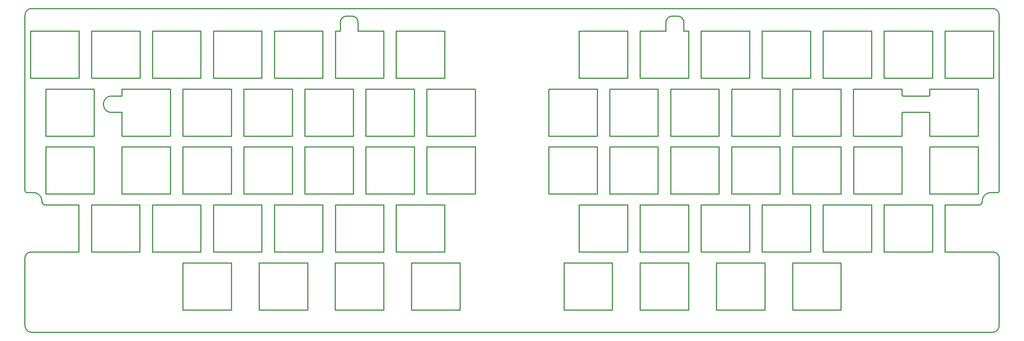
<source format=gm1>
%TF.GenerationSoftware,KiCad,Pcbnew,(6.0.1-0)*%
%TF.CreationDate,2022-02-13T08:04:40+09:00*%
%TF.ProjectId,keyplate,6b657970-6c61-4746-952e-6b696361645f,rev?*%
%TF.SameCoordinates,Original*%
%TF.FileFunction,Profile,NP*%
%FSLAX46Y46*%
G04 Gerber Fmt 4.6, Leading zero omitted, Abs format (unit mm)*
G04 Created by KiCad (PCBNEW (6.0.1-0)) date 2022-02-13 08:04:40*
%MOMM*%
%LPD*%
G01*
G04 APERTURE LIST*
%TA.AperFunction,Profile*%
%ADD10C,0.352776*%
%TD*%
G04 APERTURE END LIST*
D10*
X40313652Y-48037910D02*
X40190218Y-48034784D01*
X40190218Y-48034784D02*
X40068395Y-48025507D01*
X40068395Y-48025507D02*
X39948334Y-48010230D01*
X39948334Y-48010230D02*
X39830186Y-47989105D01*
X39830186Y-47989105D02*
X39714103Y-47962282D01*
X39714103Y-47962282D02*
X39600236Y-47929914D01*
X39600236Y-47929914D02*
X39488737Y-47892152D01*
X39488737Y-47892152D02*
X39379756Y-47849146D01*
X39379756Y-47849146D02*
X39273446Y-47801049D01*
X39273446Y-47801049D02*
X39169957Y-47748012D01*
X39169957Y-47748012D02*
X39069440Y-47690185D01*
X39069440Y-47690185D02*
X38972048Y-47627721D01*
X38972048Y-47627721D02*
X38877932Y-47560771D01*
X38877932Y-47560771D02*
X38787242Y-47489486D01*
X38787242Y-47489486D02*
X38700131Y-47414017D01*
X38700131Y-47414017D02*
X38616749Y-47334516D01*
X38616749Y-47334516D02*
X38537248Y-47251134D01*
X38537248Y-47251134D02*
X38461779Y-47164023D01*
X38461779Y-47164023D02*
X38390494Y-47073333D01*
X38390494Y-47073333D02*
X38323544Y-46979216D01*
X38323544Y-46979216D02*
X38261080Y-46881824D01*
X38261080Y-46881824D02*
X38203254Y-46781308D01*
X38203254Y-46781308D02*
X38150216Y-46677819D01*
X38150216Y-46677819D02*
X38102119Y-46571509D01*
X38102119Y-46571509D02*
X38059114Y-46462528D01*
X38059114Y-46462528D02*
X38021352Y-46351029D01*
X38021352Y-46351029D02*
X37988984Y-46237162D01*
X37988984Y-46237162D02*
X37962162Y-46121079D01*
X37962162Y-46121079D02*
X37941036Y-46002932D01*
X37941036Y-46002932D02*
X37925760Y-45882871D01*
X37925760Y-45882871D02*
X37916483Y-45761048D01*
X37916483Y-45761048D02*
X37913357Y-45637615D01*
X37913357Y-45637615D02*
X37916483Y-45514213D01*
X37916483Y-45514213D02*
X37925760Y-45392420D01*
X37925760Y-45392420D02*
X37941036Y-45272388D01*
X37941036Y-45272388D02*
X37962162Y-45154266D01*
X37962162Y-45154266D02*
X37988984Y-45038208D01*
X37988984Y-45038208D02*
X38021352Y-44924364D01*
X38021352Y-44924364D02*
X38059114Y-44812886D01*
X38059114Y-44812886D02*
X38102119Y-44703925D01*
X38102119Y-44703925D02*
X38150216Y-44597632D01*
X38150216Y-44597632D02*
X38203254Y-44494160D01*
X38203254Y-44494160D02*
X38261080Y-44393659D01*
X38261080Y-44393659D02*
X38323544Y-44296280D01*
X38323544Y-44296280D02*
X38390494Y-44202176D01*
X38390494Y-44202176D02*
X38461779Y-44111498D01*
X38461779Y-44111498D02*
X38537248Y-44024396D01*
X38537248Y-44024396D02*
X38616749Y-43941023D01*
X38616749Y-43941023D02*
X38700131Y-43861530D01*
X38700131Y-43861530D02*
X38787242Y-43786068D01*
X38787242Y-43786068D02*
X38877932Y-43714789D01*
X38877932Y-43714789D02*
X38972048Y-43647843D01*
X38972048Y-43647843D02*
X39069440Y-43585384D01*
X39069440Y-43585384D02*
X39169957Y-43527561D01*
X39169957Y-43527561D02*
X39273446Y-43474527D01*
X39273446Y-43474527D02*
X39379756Y-43426432D01*
X39379756Y-43426432D02*
X39488737Y-43383428D01*
X39488737Y-43383428D02*
X39600236Y-43345667D01*
X39600236Y-43345667D02*
X39714103Y-43313300D01*
X39714103Y-43313300D02*
X39830186Y-43286479D01*
X39830186Y-43286479D02*
X39948334Y-43265354D01*
X39948334Y-43265354D02*
X40068395Y-43250077D01*
X40068395Y-43250077D02*
X40190218Y-43240800D01*
X40190218Y-43240800D02*
X40313652Y-43237674D01*
X40313652Y-43237674D02*
X43324953Y-43237674D01*
X43324953Y-43237674D02*
X43324953Y-41199327D01*
X43324953Y-41199327D02*
X57536924Y-41199327D01*
X57536924Y-41199327D02*
X57536924Y-54998901D01*
X57536924Y-54998901D02*
X43324953Y-54998901D01*
X43324953Y-54998901D02*
X43324953Y-48037910D01*
X43324953Y-48037910D02*
X40313652Y-48037910D01*
X40313652Y-48037910D02*
X40313652Y-48037910D01*
X111132910Y-58199291D02*
X111132910Y-71999217D01*
X111132910Y-71999217D02*
X96932928Y-71999217D01*
X96932928Y-71999217D02*
X96932928Y-58199291D01*
X96932928Y-58199291D02*
X111132910Y-58199291D01*
X111132910Y-58199291D02*
X111132910Y-58199291D01*
X75415304Y-41199327D02*
X75415304Y-54998901D01*
X75415304Y-54998901D02*
X61215330Y-54998901D01*
X61215330Y-54998901D02*
X61215330Y-41199327D01*
X61215330Y-41199327D02*
X75415304Y-41199327D01*
X75415304Y-41199327D02*
X75415304Y-41199327D01*
X227218008Y-75199615D02*
X227218008Y-88999542D01*
X227218008Y-88999542D02*
X213018057Y-88999542D01*
X213018057Y-88999542D02*
X213018057Y-75199615D01*
X213018057Y-75199615D02*
X227218008Y-75199615D01*
X227218008Y-75199615D02*
X227218008Y-75199615D01*
X254016378Y-41199327D02*
X254016378Y-54998901D01*
X254016378Y-54998901D02*
X239816381Y-54998901D01*
X239816381Y-54998901D02*
X239816381Y-41199327D01*
X239816381Y-41199327D02*
X254016378Y-41199327D01*
X254016378Y-41199327D02*
X254016378Y-41199327D01*
X236151403Y-58199291D02*
X236151403Y-71999217D01*
X236151403Y-71999217D02*
X221951406Y-71999217D01*
X221951406Y-71999217D02*
X221951406Y-58199291D01*
X221951406Y-58199291D02*
X236151403Y-58199291D01*
X236151403Y-58199291D02*
X236151403Y-58199291D01*
X75415304Y-58199291D02*
X75415304Y-71999217D01*
X75415304Y-71999217D02*
X61215330Y-71999217D01*
X61215330Y-71999217D02*
X61215330Y-58199291D01*
X61215330Y-58199291D02*
X75415304Y-58199291D01*
X75415304Y-58199291D02*
X75415304Y-58199291D01*
X245081930Y-24199010D02*
X245081930Y-37998935D01*
X245081930Y-37998935D02*
X230879476Y-37998935D01*
X230879476Y-37998935D02*
X230879476Y-24199010D01*
X230879476Y-24199010D02*
X245081930Y-24199010D01*
X245081930Y-24199010D02*
X245081930Y-24199010D01*
X146852621Y-58199291D02*
X146852621Y-71999217D01*
X146852621Y-71999217D02*
X132652654Y-71999217D01*
X132652654Y-71999217D02*
X132652654Y-58199291D01*
X132652654Y-58199291D02*
X146852621Y-58199291D01*
X146852621Y-58199291D02*
X146852621Y-58199291D01*
X200431310Y-41199327D02*
X200431310Y-54998901D01*
X200431310Y-54998901D02*
X186231344Y-54998901D01*
X186231344Y-54998901D02*
X186231344Y-41199327D01*
X186231344Y-41199327D02*
X200431310Y-41199327D01*
X200431310Y-41199327D02*
X200431310Y-41199327D01*
X48620844Y-75199615D02*
X48620844Y-88999542D01*
X48620844Y-88999542D02*
X34420866Y-88999542D01*
X34420866Y-88999542D02*
X34420866Y-75199615D01*
X34420866Y-75199615D02*
X48620844Y-75199615D01*
X48620844Y-75199615D02*
X48620844Y-75199615D01*
X75415304Y-92201690D02*
X75415304Y-106001266D01*
X75415304Y-106001266D02*
X61215330Y-106001266D01*
X61215330Y-106001266D02*
X61215330Y-92201690D01*
X61215330Y-92201690D02*
X75415304Y-92201690D01*
X75415304Y-92201690D02*
X75415304Y-92201690D01*
X137924551Y-24199010D02*
X137924551Y-37998935D01*
X137924551Y-37998935D02*
X123724561Y-37998935D01*
X123724561Y-37998935D02*
X123724561Y-24199010D01*
X123724561Y-24199010D02*
X137924551Y-24199010D01*
X137924551Y-24199010D02*
X137924551Y-24199010D01*
X254007543Y-92203460D02*
X254007543Y-106003028D01*
X254007543Y-106003028D02*
X239807562Y-106003028D01*
X239807562Y-106003028D02*
X239807562Y-92203460D01*
X239807562Y-92203460D02*
X254007543Y-92203460D01*
X254007543Y-92203460D02*
X254007543Y-92203460D01*
X48628603Y-24199010D02*
X48628603Y-37998935D01*
X48628603Y-37998935D02*
X34428625Y-37998935D01*
X34428625Y-37998935D02*
X34428625Y-24199010D01*
X34428625Y-24199010D02*
X48628603Y-24199010D01*
X48628603Y-24199010D02*
X48628603Y-24199010D01*
X271865484Y-42920175D02*
X271865874Y-42935938D01*
X271865874Y-42935938D02*
X271867039Y-42951592D01*
X271867039Y-42951592D02*
X271868967Y-42967110D01*
X271868967Y-42967110D02*
X271871647Y-42982467D01*
X271871647Y-42982467D02*
X271875068Y-42997636D01*
X271875068Y-42997636D02*
X271879221Y-43012590D01*
X271879221Y-43012590D02*
X271884094Y-43027303D01*
X271884094Y-43027303D02*
X271889677Y-43041749D01*
X271889677Y-43041749D02*
X271895958Y-43055902D01*
X271895958Y-43055902D02*
X271902928Y-43069735D01*
X271902928Y-43069735D02*
X271910574Y-43083222D01*
X271910574Y-43083222D02*
X271918888Y-43096336D01*
X271918888Y-43096336D02*
X271927857Y-43109051D01*
X271927857Y-43109051D02*
X271937472Y-43121340D01*
X271937472Y-43121340D02*
X271947720Y-43133178D01*
X271947720Y-43133178D02*
X271958593Y-43144538D01*
X271958593Y-43144538D02*
X271970018Y-43155410D01*
X271970018Y-43155410D02*
X271981912Y-43165658D01*
X271981912Y-43165658D02*
X271994250Y-43175273D01*
X271994250Y-43175273D02*
X272007006Y-43184244D01*
X272007006Y-43184244D02*
X272020155Y-43192559D01*
X272020155Y-43192559D02*
X272033670Y-43200208D01*
X272033670Y-43200208D02*
X272047526Y-43207180D01*
X272047526Y-43207180D02*
X272061697Y-43213464D01*
X272061697Y-43213464D02*
X272076156Y-43219050D01*
X272076156Y-43219050D02*
X272090879Y-43223926D01*
X272090879Y-43223926D02*
X272105839Y-43228082D01*
X272105839Y-43228082D02*
X272121011Y-43231506D01*
X272121011Y-43231506D02*
X272136368Y-43234188D01*
X272136368Y-43234188D02*
X272151884Y-43236118D01*
X272151884Y-43236118D02*
X272167535Y-43237283D01*
X272167535Y-43237283D02*
X272183294Y-43237674D01*
X272183294Y-43237674D02*
X279665716Y-43237674D01*
X279665716Y-43237674D02*
X279681421Y-43237283D01*
X279681421Y-43237283D02*
X279697023Y-43236118D01*
X279697023Y-43236118D02*
X279712498Y-43234188D01*
X279712498Y-43234188D02*
X279727818Y-43231506D01*
X279727818Y-43231506D02*
X279742958Y-43228082D01*
X279742958Y-43228082D02*
X279757891Y-43223926D01*
X279757891Y-43223926D02*
X279772590Y-43219050D01*
X279772590Y-43219050D02*
X279787031Y-43213464D01*
X279787031Y-43213464D02*
X279801186Y-43207180D01*
X279801186Y-43207180D02*
X279815030Y-43200208D01*
X279815030Y-43200208D02*
X279828536Y-43192559D01*
X279828536Y-43192559D02*
X279841677Y-43184244D01*
X279841677Y-43184244D02*
X279854429Y-43175273D01*
X279854429Y-43175273D02*
X279866764Y-43165658D01*
X279866764Y-43165658D02*
X279878657Y-43155410D01*
X279878657Y-43155410D02*
X279890081Y-43144538D01*
X279890081Y-43144538D02*
X279900949Y-43133178D01*
X279900949Y-43133178D02*
X279911195Y-43121340D01*
X279911195Y-43121340D02*
X279920809Y-43109051D01*
X279920809Y-43109051D02*
X279929778Y-43096336D01*
X279929778Y-43096336D02*
X279938093Y-43083222D01*
X279938093Y-43083222D02*
X279945743Y-43069735D01*
X279945743Y-43069735D02*
X279952716Y-43055902D01*
X279952716Y-43055902D02*
X279959001Y-43041749D01*
X279959001Y-43041749D02*
X279964588Y-43027303D01*
X279964588Y-43027303D02*
X279969466Y-43012590D01*
X279969466Y-43012590D02*
X279973623Y-42997636D01*
X279973623Y-42997636D02*
X279977049Y-42982467D01*
X279977049Y-42982467D02*
X279979733Y-42967110D01*
X279979733Y-42967110D02*
X279981663Y-42951592D01*
X279981663Y-42951592D02*
X279982830Y-42935938D01*
X279982830Y-42935938D02*
X279983221Y-42920175D01*
X279983221Y-42920175D02*
X279983221Y-41199327D01*
X279983221Y-41199327D02*
X294183202Y-41199327D01*
X294183202Y-41199327D02*
X294183202Y-54998901D01*
X294183202Y-54998901D02*
X279983221Y-54998901D01*
X279983221Y-54998901D02*
X279983221Y-48369518D01*
X279983221Y-48369518D02*
X279982813Y-48353090D01*
X279982813Y-48353090D02*
X279981598Y-48336764D01*
X279981598Y-48336764D02*
X279979587Y-48320570D01*
X279979587Y-48320570D02*
X279976791Y-48304536D01*
X279976791Y-48304536D02*
X279973222Y-48288690D01*
X279973222Y-48288690D02*
X279968891Y-48273060D01*
X279968891Y-48273060D02*
X279963810Y-48257675D01*
X279963810Y-48257675D02*
X279957990Y-48242564D01*
X279957990Y-48242564D02*
X279951443Y-48227754D01*
X279951443Y-48227754D02*
X279944180Y-48213274D01*
X279944180Y-48213274D02*
X279936212Y-48199153D01*
X279936212Y-48199153D02*
X279927551Y-48185419D01*
X279927551Y-48185419D02*
X279918208Y-48172101D01*
X279918208Y-48172101D02*
X279908196Y-48159226D01*
X279908196Y-48159226D02*
X279897524Y-48146823D01*
X279897524Y-48146823D02*
X279886205Y-48134921D01*
X279886205Y-48134921D02*
X279874241Y-48123600D01*
X279874241Y-48123600D02*
X279861792Y-48112926D01*
X279861792Y-48112926D02*
X279848885Y-48102912D01*
X279848885Y-48102912D02*
X279835547Y-48093568D01*
X279835547Y-48093568D02*
X279821805Y-48084907D01*
X279821805Y-48084907D02*
X279807684Y-48076940D01*
X279807684Y-48076940D02*
X279793213Y-48069677D01*
X279793213Y-48069677D02*
X279778417Y-48063131D01*
X279778417Y-48063131D02*
X279763324Y-48057313D01*
X279763324Y-48057313D02*
X279747960Y-48052233D01*
X279747960Y-48052233D02*
X279732352Y-48047904D01*
X279732352Y-48047904D02*
X279716527Y-48044336D01*
X279716527Y-48044336D02*
X279700511Y-48041542D01*
X279700511Y-48041542D02*
X279684331Y-48039532D01*
X279684331Y-48039532D02*
X279668014Y-48038317D01*
X279668014Y-48038317D02*
X279651586Y-48037910D01*
X279651586Y-48037910D02*
X272197424Y-48037910D01*
X272197424Y-48037910D02*
X272180937Y-48038317D01*
X272180937Y-48038317D02*
X272164568Y-48039532D01*
X272164568Y-48039532D02*
X272148343Y-48041542D01*
X272148343Y-48041542D02*
X272132291Y-48044336D01*
X272132291Y-48044336D02*
X272116436Y-48047904D01*
X272116436Y-48047904D02*
X272100807Y-48052233D01*
X272100807Y-48052233D02*
X272085431Y-48057313D01*
X272085431Y-48057313D02*
X272070333Y-48063131D01*
X272070333Y-48063131D02*
X272055542Y-48069677D01*
X272055542Y-48069677D02*
X272041084Y-48076940D01*
X272041084Y-48076940D02*
X272026985Y-48084907D01*
X272026985Y-48084907D02*
X272013274Y-48093568D01*
X272013274Y-48093568D02*
X271999976Y-48102912D01*
X271999976Y-48102912D02*
X271987119Y-48112926D01*
X271987119Y-48112926D02*
X271974730Y-48123600D01*
X271974730Y-48123600D02*
X271962835Y-48134921D01*
X271962835Y-48134921D02*
X271951452Y-48146823D01*
X271951452Y-48146823D02*
X271940725Y-48159226D01*
X271940725Y-48159226D02*
X271930665Y-48172101D01*
X271930665Y-48172101D02*
X271921282Y-48185419D01*
X271921282Y-48185419D02*
X271912588Y-48199153D01*
X271912588Y-48199153D02*
X271904594Y-48213274D01*
X271904594Y-48213274D02*
X271897309Y-48227754D01*
X271897309Y-48227754D02*
X271890745Y-48242564D01*
X271890745Y-48242564D02*
X271884913Y-48257675D01*
X271884913Y-48257675D02*
X271879823Y-48273060D01*
X271879823Y-48273060D02*
X271875487Y-48288690D01*
X271875487Y-48288690D02*
X271871915Y-48304536D01*
X271871915Y-48304536D02*
X271869117Y-48320570D01*
X271869117Y-48320570D02*
X271867106Y-48336764D01*
X271867106Y-48336764D02*
X271865891Y-48353090D01*
X271865891Y-48353090D02*
X271865484Y-48369518D01*
X271865484Y-48369518D02*
X271865484Y-54998901D01*
X271865484Y-54998901D02*
X257665487Y-54998901D01*
X257665487Y-54998901D02*
X257665487Y-41199327D01*
X257665487Y-41199327D02*
X271865484Y-41199327D01*
X271865484Y-41199327D02*
X271865484Y-42920175D01*
X271865484Y-42920175D02*
X271865484Y-42920175D01*
X66484758Y-75199615D02*
X66484758Y-88999542D01*
X66484758Y-88999542D02*
X52284780Y-88999542D01*
X52284780Y-88999542D02*
X52284780Y-75199615D01*
X52284780Y-75199615D02*
X66484758Y-75199615D01*
X66484758Y-75199615D02*
X66484758Y-75199615D01*
X271875005Y-58199291D02*
X271875005Y-71999217D01*
X271875005Y-71999217D02*
X257675009Y-71999217D01*
X257675009Y-71999217D02*
X257675009Y-58199291D01*
X257675009Y-58199291D02*
X271875005Y-58199291D01*
X271875005Y-58199291D02*
X271875005Y-58199291D01*
X236151403Y-41199327D02*
X236151403Y-54998901D01*
X236151403Y-54998901D02*
X221951406Y-54998901D01*
X221951406Y-54998901D02*
X221951406Y-41199327D01*
X221951406Y-41199327D02*
X236151403Y-41199327D01*
X236151403Y-41199327D02*
X236151403Y-41199327D01*
X298657812Y-24199010D02*
X298657812Y-37998935D01*
X298657812Y-37998935D02*
X284457830Y-37998935D01*
X284457830Y-37998935D02*
X284457830Y-24199010D01*
X284457830Y-24199010D02*
X298657812Y-24199010D01*
X298657812Y-24199010D02*
X298657812Y-24199010D01*
X84343374Y-75199615D02*
X84343374Y-88999542D01*
X84343374Y-88999542D02*
X70143404Y-88999542D01*
X70143404Y-88999542D02*
X70143404Y-75199615D01*
X70143404Y-75199615D02*
X84343374Y-75199615D01*
X84343374Y-75199615D02*
X84343374Y-75199615D01*
X218289938Y-41199327D02*
X218289938Y-54998901D01*
X218289938Y-54998901D02*
X204089956Y-54998901D01*
X204089956Y-54998901D02*
X204089956Y-41199327D01*
X204089956Y-41199327D02*
X218289938Y-41199327D01*
X218289938Y-41199327D02*
X218289938Y-41199327D01*
X120060987Y-75199615D02*
X120060987Y-88999542D01*
X120060987Y-88999542D02*
X105861006Y-88999542D01*
X105861006Y-88999542D02*
X105861006Y-75199615D01*
X105861006Y-75199615D02*
X120060987Y-75199615D01*
X120060987Y-75199615D02*
X120060987Y-75199615D01*
X84345846Y-24199010D02*
X84345846Y-37998935D01*
X84345846Y-37998935D02*
X70145876Y-37998935D01*
X70145876Y-37998935D02*
X70145876Y-24199010D01*
X70145876Y-24199010D02*
X84345846Y-24199010D01*
X84345846Y-24199010D02*
X84345846Y-24199010D01*
X182572698Y-41199327D02*
X182572698Y-54998901D01*
X182572698Y-54998901D02*
X168370260Y-54998901D01*
X168370260Y-54998901D02*
X168370260Y-41199327D01*
X168370260Y-41199327D02*
X182572698Y-41199327D01*
X182572698Y-41199327D02*
X182572698Y-41199327D01*
X137922079Y-75199615D02*
X137922079Y-88999542D01*
X137922079Y-88999542D02*
X123722097Y-88999542D01*
X123722097Y-88999542D02*
X123722097Y-75199615D01*
X123722097Y-75199615D02*
X137922079Y-75199615D01*
X137922079Y-75199615D02*
X137922079Y-75199615D01*
X128994001Y-41199327D02*
X128994001Y-54998901D01*
X128994001Y-54998901D02*
X114794019Y-54998901D01*
X114794019Y-54998901D02*
X114794019Y-41199327D01*
X114794019Y-41199327D02*
X128994001Y-41199327D01*
X128994001Y-41199327D02*
X128994001Y-41199327D01*
X200431310Y-58199291D02*
X200431310Y-71999217D01*
X200431310Y-71999217D02*
X186231344Y-71999217D01*
X186231344Y-71999217D02*
X186231344Y-58199291D01*
X186231344Y-58199291D02*
X200431310Y-58199291D01*
X200431310Y-58199291D02*
X200431310Y-58199291D01*
X294183202Y-58199291D02*
X294183202Y-71999217D01*
X294183202Y-71999217D02*
X279983221Y-71999217D01*
X279983221Y-71999217D02*
X279983221Y-58199291D01*
X279983221Y-58199291D02*
X294183202Y-58199291D01*
X294183202Y-58199291D02*
X294183202Y-58199291D01*
X254016378Y-58199291D02*
X254016378Y-71999217D01*
X254016378Y-71999217D02*
X239816381Y-71999217D01*
X239816381Y-71999217D02*
X239816381Y-58199291D01*
X239816381Y-58199291D02*
X254016378Y-58199291D01*
X254016378Y-58199291D02*
X254016378Y-58199291D01*
X182572698Y-58199291D02*
X182572698Y-71999217D01*
X182572698Y-71999217D02*
X168370260Y-71999217D01*
X168370260Y-71999217D02*
X168370260Y-58199291D01*
X168370260Y-58199291D02*
X182572698Y-58199291D01*
X182572698Y-58199291D02*
X182572698Y-58199291D01*
X35235075Y-58199291D02*
X35235075Y-71999217D01*
X35235075Y-71999217D02*
X21035099Y-71999217D01*
X21035099Y-71999217D02*
X21035099Y-58199291D01*
X21035099Y-58199291D02*
X35235075Y-58199291D01*
X35235075Y-58199291D02*
X35235075Y-58199291D01*
X245077001Y-75199615D02*
X245077001Y-88999542D01*
X245077001Y-88999542D02*
X230874181Y-88999542D01*
X230874181Y-88999542D02*
X230874181Y-75199615D01*
X230874181Y-75199615D02*
X245077001Y-75199615D01*
X245077001Y-75199615D02*
X245077001Y-75199615D01*
X218289938Y-58199291D02*
X218289938Y-71999217D01*
X218289938Y-71999217D02*
X204089956Y-71999217D01*
X204089956Y-71999217D02*
X204089956Y-58199291D01*
X204089956Y-58199291D02*
X218289938Y-58199291D01*
X218289938Y-58199291D02*
X218289938Y-58199291D01*
X111132910Y-41199327D02*
X111132910Y-54998901D01*
X111132910Y-54998901D02*
X96932928Y-54998901D01*
X96932928Y-54998901D02*
X96932928Y-41199327D01*
X96932928Y-41199327D02*
X111132910Y-41199327D01*
X111132910Y-41199327D02*
X111132910Y-41199327D01*
X30767507Y-24199010D02*
X30767507Y-37998935D01*
X30767507Y-37998935D02*
X16567532Y-37998935D01*
X16567532Y-37998935D02*
X16567532Y-24199010D01*
X16567532Y-24199010D02*
X30767507Y-24199010D01*
X30767507Y-24199010D02*
X30767507Y-24199010D01*
X102204832Y-24199010D02*
X102204832Y-37998935D01*
X102204832Y-37998935D02*
X88004858Y-37998935D01*
X88004858Y-37998935D02*
X88004858Y-24199010D01*
X88004858Y-24199010D02*
X102204832Y-24199010D01*
X102204832Y-24199010D02*
X102204832Y-24199010D01*
X128994001Y-58199291D02*
X128994001Y-71999217D01*
X128994001Y-71999217D02*
X114794019Y-71999217D01*
X114794019Y-71999217D02*
X114794019Y-58199291D01*
X114794019Y-58199291D02*
X128994001Y-58199291D01*
X128994001Y-58199291D02*
X128994001Y-58199291D01*
X227220480Y-24199010D02*
X227220480Y-37998935D01*
X227220480Y-37998935D02*
X213020513Y-37998935D01*
X213020513Y-37998935D02*
X213020513Y-24199010D01*
X213020513Y-24199010D02*
X227220480Y-24199010D01*
X227220480Y-24199010D02*
X227220480Y-24199010D01*
X280804479Y-75199615D02*
X280804479Y-88999542D01*
X280804479Y-88999542D02*
X266604498Y-88999542D01*
X266604498Y-88999542D02*
X266604498Y-75199615D01*
X266604498Y-75199615D02*
X280804479Y-75199615D01*
X280804479Y-75199615D02*
X280804479Y-75199615D01*
X57556677Y-58199291D02*
X57556677Y-71999217D01*
X57556677Y-71999217D02*
X43356703Y-71999217D01*
X43356703Y-71999217D02*
X43356703Y-58199291D01*
X43356703Y-58199291D02*
X57556677Y-58199291D01*
X57556677Y-58199291D02*
X57556677Y-58199291D01*
X120058149Y-92201690D02*
X120058149Y-106001266D01*
X120058149Y-106001266D02*
X105858190Y-106001266D01*
X105858190Y-106001266D02*
X105858190Y-92201690D01*
X105858190Y-92201690D02*
X120058149Y-92201690D01*
X120058149Y-92201690D02*
X120058149Y-92201690D01*
X66487230Y-24199010D02*
X66487230Y-37998935D01*
X66487230Y-37998935D02*
X52287248Y-37998935D01*
X52287248Y-37998935D02*
X52287248Y-24199010D01*
X52287248Y-24199010D02*
X66487230Y-24199010D01*
X66487230Y-24199010D02*
X66487230Y-24199010D01*
X142392477Y-92203460D02*
X142392477Y-106003028D01*
X142392477Y-106003028D02*
X128192487Y-106003028D01*
X128192487Y-106003028D02*
X128192487Y-92203460D01*
X128192487Y-92203460D02*
X142392477Y-92203460D01*
X142392477Y-92203460D02*
X142392477Y-92203460D01*
X97736906Y-92201690D02*
X97736906Y-106001266D01*
X97736906Y-106001266D02*
X83536932Y-106001266D01*
X83536932Y-106001266D02*
X83536932Y-92201690D01*
X83536932Y-92201690D02*
X97736906Y-92201690D01*
X97736906Y-92201690D02*
X97736906Y-92201690D01*
X280799200Y-24199010D02*
X280799200Y-37998935D01*
X280799200Y-37998935D02*
X266599188Y-37998935D01*
X266599188Y-37998935D02*
X266599188Y-24199010D01*
X266599188Y-24199010D02*
X280799200Y-24199010D01*
X280799200Y-24199010D02*
X280799200Y-24199010D01*
X93273931Y-41199327D02*
X93273931Y-54998901D01*
X93273931Y-54998901D02*
X79073957Y-54998901D01*
X79073957Y-54998901D02*
X79073957Y-41199327D01*
X79073957Y-41199327D02*
X93273931Y-41199327D01*
X93273931Y-41199327D02*
X93273931Y-41199327D01*
X146852621Y-41199327D02*
X146852621Y-54998901D01*
X146852621Y-54998901D02*
X132652654Y-54998901D01*
X132652654Y-54998901D02*
X132652654Y-41199327D01*
X132652654Y-41199327D02*
X146852621Y-41199327D01*
X146852621Y-41199327D02*
X146852621Y-41199327D01*
X191500768Y-75199615D02*
X191500768Y-88999542D01*
X191500768Y-88999542D02*
X177298330Y-88999542D01*
X177298330Y-88999542D02*
X177298330Y-75199615D01*
X177298330Y-75199615D02*
X191500768Y-75199615D01*
X191500768Y-75199615D02*
X191500768Y-75199615D01*
X209359380Y-75199615D02*
X209359380Y-88999542D01*
X209359380Y-88999542D02*
X195159414Y-88999542D01*
X195159414Y-88999542D02*
X195159414Y-75199615D01*
X195159414Y-75199615D02*
X209359380Y-75199615D01*
X209359380Y-75199615D02*
X209359380Y-75199615D01*
X262945501Y-75199615D02*
X262945501Y-88999542D01*
X262945501Y-88999542D02*
X248745504Y-88999542D01*
X248745504Y-88999542D02*
X248745504Y-75199615D01*
X248745504Y-75199615D02*
X262945501Y-75199615D01*
X262945501Y-75199615D02*
X262945501Y-75199615D01*
X20971245Y-75199615D02*
X20915399Y-75198203D01*
X20915399Y-75198203D02*
X20860286Y-75194013D01*
X20860286Y-75194013D02*
X20805975Y-75187113D01*
X20805975Y-75187113D02*
X20752534Y-75177571D01*
X20752534Y-75177571D02*
X20700032Y-75165455D01*
X20700032Y-75165455D02*
X20648535Y-75150834D01*
X20648535Y-75150834D02*
X20598113Y-75133775D01*
X20598113Y-75133775D02*
X20548834Y-75114347D01*
X20548834Y-75114347D02*
X20500765Y-75092618D01*
X20500765Y-75092618D02*
X20453976Y-75068656D01*
X20453976Y-75068656D02*
X20408533Y-75042529D01*
X20408533Y-75042529D02*
X20364506Y-75014305D01*
X20364506Y-75014305D02*
X20321962Y-74984053D01*
X20321962Y-74984053D02*
X20280970Y-74951840D01*
X20280970Y-74951840D02*
X20241597Y-74917735D01*
X20241597Y-74917735D02*
X20203912Y-74881806D01*
X20203912Y-74881806D02*
X20167983Y-74844121D01*
X20167983Y-74844121D02*
X20133878Y-74804748D01*
X20133878Y-74804748D02*
X20101665Y-74763756D01*
X20101665Y-74763756D02*
X20071413Y-74721212D01*
X20071413Y-74721212D02*
X20043189Y-74677184D01*
X20043189Y-74677184D02*
X20017062Y-74631742D01*
X20017062Y-74631742D02*
X19993100Y-74584952D01*
X19993100Y-74584952D02*
X19971371Y-74536883D01*
X19971371Y-74536883D02*
X19951943Y-74487604D01*
X19951943Y-74487604D02*
X19934884Y-74437182D01*
X19934884Y-74437182D02*
X19920263Y-74385685D01*
X19920263Y-74385685D02*
X19908147Y-74333183D01*
X19908147Y-74333183D02*
X19898605Y-74279742D01*
X19898605Y-74279742D02*
X19891705Y-74225431D01*
X19891705Y-74225431D02*
X19887515Y-74170318D01*
X19887515Y-74170318D02*
X19886103Y-74114471D01*
X19886103Y-74114471D02*
X19886103Y-74113761D01*
X19886103Y-74113761D02*
X19882947Y-73986533D01*
X19882947Y-73986533D02*
X19873536Y-73860176D01*
X19873536Y-73860176D02*
X19857956Y-73734900D01*
X19857956Y-73734900D02*
X19836296Y-73610918D01*
X19836296Y-73610918D02*
X19808641Y-73488438D01*
X19808641Y-73488438D02*
X19775078Y-73367671D01*
X19775078Y-73367671D02*
X19735695Y-73248827D01*
X19735695Y-73248827D02*
X19690577Y-73132117D01*
X19690577Y-73132117D02*
X19639812Y-73017751D01*
X19639812Y-73017751D02*
X19583487Y-72905940D01*
X19583487Y-72905940D02*
X19521689Y-72796893D01*
X19521689Y-72796893D02*
X19454504Y-72690821D01*
X19454504Y-72690821D02*
X19382018Y-72587935D01*
X19382018Y-72587935D02*
X19304320Y-72488444D01*
X19304320Y-72488444D02*
X19221496Y-72392559D01*
X19221496Y-72392559D02*
X19133631Y-72300491D01*
X19133631Y-72300491D02*
X19041369Y-72212828D01*
X19041369Y-72212828D02*
X18945299Y-72130214D01*
X18945299Y-72130214D02*
X18845633Y-72052733D01*
X18845633Y-72052733D02*
X18742584Y-71980471D01*
X18742584Y-71980471D02*
X18636361Y-71913517D01*
X18636361Y-71913517D02*
X18527177Y-71851954D01*
X18527177Y-71851954D02*
X18415242Y-71795871D01*
X18415242Y-71795871D02*
X18300769Y-71745352D01*
X18300769Y-71745352D02*
X18183968Y-71700485D01*
X18183968Y-71700485D02*
X18065051Y-71661355D01*
X18065051Y-71661355D02*
X17944230Y-71628050D01*
X17944230Y-71628050D02*
X17821715Y-71600654D01*
X17821715Y-71600654D02*
X17697717Y-71579255D01*
X17697717Y-71579255D02*
X17572449Y-71563938D01*
X17572449Y-71563938D02*
X17446122Y-71554791D01*
X17446122Y-71554791D02*
X17318947Y-71551898D01*
X17318947Y-71551898D02*
X15424887Y-71555782D01*
X15424887Y-71555782D02*
X15071405Y-71409378D01*
X15071405Y-71409378D02*
X14925003Y-71055896D01*
X14925003Y-71055896D02*
X14926061Y-19574458D01*
X14926061Y-19574458D02*
X14932059Y-19417472D01*
X14932059Y-19417472D02*
X14950050Y-19261192D01*
X14950050Y-19261192D02*
X14981094Y-19107382D01*
X14981094Y-19107382D02*
X15023075Y-18955334D01*
X15023075Y-18955334D02*
X15078108Y-18808226D01*
X15078108Y-18808226D02*
X15143019Y-18666410D01*
X15143019Y-18666410D02*
X15219924Y-18529180D01*
X15219924Y-18529180D02*
X15307060Y-18398300D01*
X15307060Y-18398300D02*
X15405132Y-18275180D01*
X15405132Y-18275180D02*
X15510966Y-18159470D01*
X15510966Y-18159470D02*
X15627028Y-18053284D01*
X15627028Y-18053284D02*
X15750148Y-17955212D01*
X15750148Y-17955212D02*
X15881028Y-17868429D01*
X15881028Y-17868429D02*
X16017906Y-17791171D01*
X16017906Y-17791171D02*
X16160075Y-17726260D01*
X16160075Y-17726260D02*
X16307183Y-17671226D01*
X16307183Y-17671226D02*
X16458877Y-17629246D01*
X16458877Y-17629246D02*
X16613040Y-17598202D01*
X16613040Y-17598202D02*
X16768968Y-17580210D01*
X16768968Y-17580210D02*
X16925953Y-17573154D01*
X16925953Y-17573154D02*
X298300451Y-17574212D01*
X298300451Y-17574212D02*
X298456365Y-17580210D01*
X298456365Y-17580210D02*
X298612310Y-17598202D01*
X298612310Y-17598202D02*
X298766454Y-17629246D01*
X298766454Y-17629246D02*
X298919225Y-17671226D01*
X298919225Y-17671226D02*
X299065283Y-17726260D01*
X299065283Y-17726260D02*
X299207433Y-17791171D01*
X299207433Y-17791171D02*
X299344305Y-17868429D01*
X299344305Y-17868429D02*
X299475195Y-17955212D01*
X299475195Y-17955212D02*
X299598303Y-18053284D01*
X299598303Y-18053284D02*
X299714391Y-18159470D01*
X299714391Y-18159470D02*
X299820196Y-18275180D01*
X299820196Y-18275180D02*
X299919347Y-18398300D01*
X299919347Y-18398300D02*
X300005407Y-18529180D01*
X300005407Y-18529180D02*
X300082311Y-18666410D01*
X300082311Y-18666410D02*
X300147222Y-18808226D01*
X300147222Y-18808226D02*
X300202276Y-18955334D01*
X300202276Y-18955334D02*
X300244268Y-19107382D01*
X300244268Y-19107382D02*
X300275305Y-19261192D01*
X300275305Y-19261192D02*
X300294347Y-19417472D01*
X300294347Y-19417472D02*
X300300329Y-19574458D01*
X300300329Y-19574458D02*
X300300329Y-71042491D01*
X300300329Y-71042491D02*
X300299703Y-71067751D01*
X300299703Y-71067751D02*
X300297838Y-71092838D01*
X300297838Y-71092838D02*
X300294750Y-71117710D01*
X300294750Y-71117710D02*
X300290457Y-71142325D01*
X300290457Y-71142325D02*
X300284975Y-71166644D01*
X300284975Y-71166644D02*
X300278321Y-71190623D01*
X300278321Y-71190623D02*
X300270513Y-71214222D01*
X300270513Y-71214222D02*
X300261568Y-71237399D01*
X300261568Y-71237399D02*
X300251502Y-71260113D01*
X300251502Y-71260113D02*
X300240332Y-71282323D01*
X300240332Y-71282323D02*
X300228077Y-71303988D01*
X300228077Y-71303988D02*
X300214751Y-71325065D01*
X300214751Y-71325065D02*
X300200374Y-71345513D01*
X300200374Y-71345513D02*
X300184961Y-71365292D01*
X300184961Y-71365292D02*
X300168530Y-71384360D01*
X300168530Y-71384360D02*
X300151098Y-71402675D01*
X300151098Y-71402675D02*
X300132786Y-71420105D01*
X300132786Y-71420105D02*
X300113722Y-71436535D01*
X300113722Y-71436535D02*
X300093947Y-71451946D01*
X300093947Y-71451946D02*
X300073501Y-71466323D01*
X300073501Y-71466323D02*
X300052427Y-71479647D01*
X300052427Y-71479647D02*
X300030766Y-71491902D01*
X300030766Y-71491902D02*
X300008558Y-71503071D01*
X300008558Y-71503071D02*
X299985845Y-71513137D01*
X299985845Y-71513137D02*
X299962669Y-71522082D01*
X299962669Y-71522082D02*
X299939071Y-71529890D01*
X299939071Y-71529890D02*
X299915092Y-71536544D01*
X299915092Y-71536544D02*
X299890774Y-71542026D01*
X299890774Y-71542026D02*
X299866157Y-71546320D01*
X299866157Y-71546320D02*
X299841283Y-71549408D01*
X299841283Y-71549408D02*
X299816193Y-71551273D01*
X299816193Y-71551273D02*
X299790930Y-71551898D01*
X299790930Y-71551898D02*
X297904272Y-71551898D01*
X297904272Y-71551898D02*
X297777106Y-71555051D01*
X297777106Y-71555051D02*
X297650803Y-71564449D01*
X297650803Y-71564449D02*
X297525573Y-71580006D01*
X297525573Y-71580006D02*
X297401625Y-71601634D01*
X297401625Y-71601634D02*
X297279170Y-71629247D01*
X297279170Y-71629247D02*
X297158417Y-71662756D01*
X297158417Y-71662756D02*
X297039576Y-71702075D01*
X297039576Y-71702075D02*
X296922857Y-71747116D01*
X296922857Y-71747116D02*
X296808470Y-71797791D01*
X296808470Y-71797791D02*
X296696624Y-71854014D01*
X296696624Y-71854014D02*
X296587530Y-71915697D01*
X296587530Y-71915697D02*
X296481396Y-71982753D01*
X296481396Y-71982753D02*
X296378434Y-72055095D01*
X296378434Y-72055095D02*
X296278853Y-72132635D01*
X296278853Y-72132635D02*
X296182863Y-72215285D01*
X296182863Y-72215285D02*
X296090673Y-72302959D01*
X296090673Y-72302959D02*
X296002994Y-72395152D01*
X296002994Y-72395152D02*
X295920338Y-72491145D01*
X295920338Y-72491145D02*
X295842794Y-72590729D01*
X295842794Y-72590729D02*
X295770449Y-72693694D01*
X295770449Y-72693694D02*
X295703389Y-72799829D01*
X295703389Y-72799829D02*
X295641703Y-72908925D01*
X295641703Y-72908925D02*
X295585477Y-73020773D01*
X295585477Y-73020773D02*
X295534799Y-73135162D01*
X295534799Y-73135162D02*
X295489757Y-73251882D01*
X295489757Y-73251882D02*
X295450436Y-73370724D01*
X295450436Y-73370724D02*
X295416926Y-73491478D01*
X295416926Y-73491478D02*
X295389312Y-73613935D01*
X295389312Y-73613935D02*
X295367683Y-73737883D01*
X295367683Y-73737883D02*
X295352125Y-73863114D01*
X295352125Y-73863114D02*
X295342727Y-73989418D01*
X295342727Y-73989418D02*
X295339575Y-74116584D01*
X295339575Y-74116584D02*
X295339575Y-74121173D01*
X295339575Y-74121173D02*
X295338249Y-74174662D01*
X295338249Y-74174662D02*
X295334298Y-74227782D01*
X295334298Y-74227782D02*
X295327757Y-74280446D01*
X295327757Y-74280446D02*
X295318662Y-74332568D01*
X295318662Y-74332568D02*
X295307050Y-74384059D01*
X295307050Y-74384059D02*
X295292956Y-74434833D01*
X295292956Y-74434833D02*
X295276416Y-74484801D01*
X295276416Y-74484801D02*
X295257467Y-74533877D01*
X295257467Y-74533877D02*
X295236145Y-74581974D01*
X295236145Y-74581974D02*
X295212486Y-74629003D01*
X295212486Y-74629003D02*
X295186525Y-74674877D01*
X295186525Y-74674877D02*
X295158300Y-74719510D01*
X295158300Y-74719510D02*
X295127846Y-74762814D01*
X295127846Y-74762814D02*
X295095200Y-74804701D01*
X295095200Y-74804701D02*
X295060397Y-74845084D01*
X295060397Y-74845084D02*
X295023473Y-74883876D01*
X295023473Y-74883876D02*
X294984747Y-74920733D01*
X294984747Y-74920733D02*
X294944422Y-74955479D01*
X294944422Y-74955479D02*
X294902585Y-74988075D01*
X294902585Y-74988075D02*
X294859324Y-75018487D01*
X294859324Y-75018487D02*
X294814728Y-75046677D01*
X294814728Y-75046677D02*
X294768884Y-75072608D01*
X294768884Y-75072608D02*
X294721879Y-75096243D01*
X294721879Y-75096243D02*
X294673803Y-75117547D01*
X294673803Y-75117547D02*
X294624743Y-75136482D01*
X294624743Y-75136482D02*
X294574786Y-75153011D01*
X294574786Y-75153011D02*
X294524021Y-75167098D01*
X294524021Y-75167098D02*
X294472535Y-75178706D01*
X294472535Y-75178706D02*
X294420416Y-75187799D01*
X294420416Y-75187799D02*
X294367753Y-75194339D01*
X294367753Y-75194339D02*
X294314633Y-75198290D01*
X294314633Y-75198290D02*
X294261144Y-75199615D01*
X294261144Y-75199615D02*
X284459600Y-75199615D01*
X284459600Y-75199615D02*
X284459600Y-88999542D01*
X284459600Y-88999542D02*
X298536443Y-88999542D01*
X298536443Y-88999542D02*
X298623909Y-89001706D01*
X298623909Y-89001706D02*
X298710782Y-89008161D01*
X298710782Y-89008161D02*
X298796918Y-89018847D01*
X298796918Y-89018847D02*
X298882173Y-89033705D01*
X298882173Y-89033705D02*
X298966402Y-89052677D01*
X298966402Y-89052677D02*
X299049460Y-89075703D01*
X299049460Y-89075703D02*
X299131204Y-89102724D01*
X299131204Y-89102724D02*
X299211488Y-89133683D01*
X299211488Y-89133683D02*
X299290169Y-89168519D01*
X299290169Y-89168519D02*
X299367101Y-89207174D01*
X299367101Y-89207174D02*
X299442139Y-89249589D01*
X299442139Y-89249589D02*
X299515141Y-89295706D01*
X299515141Y-89295706D02*
X299585960Y-89345465D01*
X299585960Y-89345465D02*
X299654453Y-89398807D01*
X299654453Y-89398807D02*
X299720474Y-89455674D01*
X299720474Y-89455674D02*
X299783880Y-89516006D01*
X299783880Y-89516006D02*
X299844151Y-89579407D01*
X299844151Y-89579407D02*
X299900971Y-89645425D01*
X299900971Y-89645425D02*
X299954281Y-89713914D01*
X299954281Y-89713914D02*
X300004020Y-89784732D01*
X300004020Y-89784732D02*
X300050127Y-89857732D01*
X300050127Y-89857732D02*
X300092543Y-89932771D01*
X300092543Y-89932771D02*
X300131206Y-90009703D01*
X300131206Y-90009703D02*
X300166055Y-90088384D01*
X300166055Y-90088384D02*
X300197032Y-90168669D01*
X300197032Y-90168669D02*
X300224074Y-90250414D01*
X300224074Y-90250414D02*
X300247122Y-90333473D01*
X300247122Y-90333473D02*
X300266115Y-90417702D01*
X300266115Y-90417702D02*
X300280993Y-90502957D01*
X300280993Y-90502957D02*
X300291695Y-90589093D01*
X300291695Y-90589093D02*
X300298160Y-90675964D01*
X300298160Y-90675964D02*
X300300329Y-90763427D01*
X300300329Y-90763427D02*
X300300329Y-110500930D01*
X300300329Y-110500930D02*
X300294347Y-110656150D01*
X300294347Y-110656150D02*
X300275305Y-110812087D01*
X300275305Y-110812087D02*
X300244268Y-110966247D01*
X300244268Y-110966247D02*
X300202276Y-111117950D01*
X300202276Y-111117950D02*
X300147222Y-111266105D01*
X300147222Y-111266105D02*
X300082311Y-111407211D01*
X300082311Y-111407211D02*
X300005407Y-111544090D01*
X300005407Y-111544090D02*
X299919347Y-111674980D01*
X299919347Y-111674980D02*
X299820196Y-111799163D01*
X299820196Y-111799163D02*
X299714391Y-111915214D01*
X299714391Y-111915214D02*
X299598303Y-112019988D01*
X299598303Y-112019988D02*
X299475195Y-112118064D01*
X299475195Y-112118064D02*
X299344305Y-112205200D01*
X299344305Y-112205200D02*
X299207433Y-112282104D01*
X299207433Y-112282104D02*
X299065283Y-112347015D01*
X299065283Y-112347015D02*
X298919225Y-112403106D01*
X298919225Y-112403106D02*
X298766454Y-112445091D01*
X298766454Y-112445091D02*
X298612310Y-112475074D01*
X298612310Y-112475074D02*
X298456365Y-112493064D01*
X298456365Y-112493064D02*
X298300451Y-112499061D01*
X298300451Y-112499061D02*
X16925953Y-112501182D01*
X16925953Y-112501182D02*
X16768968Y-112493064D01*
X16768968Y-112493064D02*
X16613040Y-112475074D01*
X16613040Y-112475074D02*
X16458877Y-112445091D01*
X16458877Y-112445091D02*
X16307183Y-112403106D01*
X16307183Y-112403106D02*
X16160075Y-112347015D01*
X16160075Y-112347015D02*
X16017906Y-112282104D01*
X16017906Y-112282104D02*
X15881028Y-112205200D01*
X15881028Y-112205200D02*
X15750148Y-112118064D01*
X15750148Y-112118064D02*
X15627028Y-112019988D01*
X15627028Y-112019988D02*
X15510966Y-111915214D01*
X15510966Y-111915214D02*
X15405132Y-111799163D01*
X15405132Y-111799163D02*
X15307060Y-111674980D01*
X15307060Y-111674980D02*
X15219924Y-111544090D01*
X15219924Y-111544090D02*
X15143019Y-111407211D01*
X15143019Y-111407211D02*
X15078108Y-111266105D01*
X15078108Y-111266105D02*
X15023075Y-111117950D01*
X15023075Y-111117950D02*
X14981094Y-110966247D01*
X14981094Y-110966247D02*
X14950050Y-110812087D01*
X14950050Y-110812087D02*
X14932059Y-110656150D01*
X14932059Y-110656150D02*
X14925003Y-110500930D01*
X14925003Y-110500930D02*
X14925003Y-90763427D01*
X14925003Y-90763427D02*
X14927172Y-90675964D01*
X14927172Y-90675964D02*
X14933638Y-90589093D01*
X14933638Y-90589093D02*
X14944341Y-90502957D01*
X14944341Y-90502957D02*
X14959222Y-90417702D01*
X14959222Y-90417702D02*
X14978221Y-90333473D01*
X14978221Y-90333473D02*
X15001277Y-90250414D01*
X15001277Y-90250414D02*
X15028331Y-90168669D01*
X15028331Y-90168669D02*
X15059323Y-90088384D01*
X15059323Y-90088384D02*
X15094192Y-90009703D01*
X15094192Y-90009703D02*
X15132879Y-89932771D01*
X15132879Y-89932771D02*
X15175324Y-89857732D01*
X15175324Y-89857732D02*
X15221468Y-89784732D01*
X15221468Y-89784732D02*
X15271249Y-89713914D01*
X15271249Y-89713914D02*
X15324608Y-89645425D01*
X15324608Y-89645425D02*
X15381485Y-89579407D01*
X15381485Y-89579407D02*
X15441821Y-89516006D01*
X15441821Y-89516006D02*
X15505160Y-89455674D01*
X15505160Y-89455674D02*
X15571124Y-89398807D01*
X15571124Y-89398807D02*
X15639567Y-89345465D01*
X15639567Y-89345465D02*
X15710345Y-89295706D01*
X15710345Y-89295706D02*
X15783311Y-89249589D01*
X15783311Y-89249589D02*
X15858322Y-89207174D01*
X15858322Y-89207174D02*
X15935230Y-89168519D01*
X15935230Y-89168519D02*
X16013893Y-89133683D01*
X16013893Y-89133683D02*
X16094163Y-89102724D01*
X16094163Y-89102724D02*
X16175897Y-89075703D01*
X16175897Y-89075703D02*
X16258948Y-89052677D01*
X16258948Y-89052677D02*
X16343171Y-89033705D01*
X16343171Y-89033705D02*
X16428422Y-89018847D01*
X16428422Y-89018847D02*
X16514555Y-89008161D01*
X16514555Y-89008161D02*
X16601426Y-89001706D01*
X16601426Y-89001706D02*
X16688887Y-88999542D01*
X16688887Y-88999542D02*
X30737167Y-88999542D01*
X30737167Y-88999542D02*
X30737167Y-75199615D01*
X30737167Y-75199615D02*
X20971245Y-75199615D01*
X20971245Y-75199615D02*
X20971245Y-75199615D01*
X102202001Y-75199615D02*
X102202001Y-88999542D01*
X102202001Y-88999542D02*
X88002027Y-88999542D01*
X88002027Y-88999542D02*
X88002027Y-75199615D01*
X88002027Y-75199615D02*
X102202001Y-75199615D01*
X102202001Y-75199615D02*
X102202001Y-75199615D01*
X120065923Y-24199010D02*
X120065923Y-37998935D01*
X120065923Y-37998935D02*
X105865949Y-37998935D01*
X105865949Y-37998935D02*
X105865949Y-24199010D01*
X105865949Y-24199010D02*
X107299986Y-24199010D01*
X107299986Y-24199010D02*
X107299986Y-21589167D01*
X107299986Y-21589167D02*
X107302347Y-21498411D01*
X107302347Y-21498411D02*
X107309354Y-21408845D01*
X107309354Y-21408845D02*
X107320895Y-21320579D01*
X107320895Y-21320579D02*
X107336853Y-21233725D01*
X107336853Y-21233725D02*
X107357117Y-21148394D01*
X107357117Y-21148394D02*
X107381571Y-21064697D01*
X107381571Y-21064697D02*
X107410101Y-20982744D01*
X107410101Y-20982744D02*
X107442595Y-20902646D01*
X107442595Y-20902646D02*
X107478937Y-20824515D01*
X107478937Y-20824515D02*
X107519014Y-20748461D01*
X107519014Y-20748461D02*
X107562713Y-20674595D01*
X107562713Y-20674595D02*
X107609918Y-20603028D01*
X107609918Y-20603028D02*
X107660516Y-20533871D01*
X107660516Y-20533871D02*
X107714394Y-20467234D01*
X107714394Y-20467234D02*
X107771436Y-20403230D01*
X107771436Y-20403230D02*
X107831530Y-20341968D01*
X107831530Y-20341968D02*
X107894562Y-20283560D01*
X107894562Y-20283560D02*
X107960416Y-20228116D01*
X107960416Y-20228116D02*
X108028980Y-20175748D01*
X108028980Y-20175748D02*
X108100140Y-20126565D01*
X108100140Y-20126565D02*
X108173781Y-20080681D01*
X108173781Y-20080681D02*
X108249789Y-20038204D01*
X108249789Y-20038204D02*
X108328052Y-19999246D01*
X108328052Y-19999246D02*
X108408454Y-19963918D01*
X108408454Y-19963918D02*
X108490881Y-19932331D01*
X108490881Y-19932331D02*
X108575221Y-19904596D01*
X108575221Y-19904596D02*
X108661358Y-19880823D01*
X108661358Y-19880823D02*
X108749180Y-19861124D01*
X108749180Y-19861124D02*
X108838571Y-19845610D01*
X108838571Y-19845610D02*
X108929419Y-19834391D01*
X108929419Y-19834391D02*
X109021608Y-19827578D01*
X109021608Y-19827578D02*
X109115026Y-19825283D01*
X109115026Y-19825283D02*
X110667234Y-19825283D01*
X110667234Y-19825283D02*
X110760620Y-19827578D01*
X110760620Y-19827578D02*
X110852783Y-19834391D01*
X110852783Y-19834391D02*
X110943606Y-19845610D01*
X110943606Y-19845610D02*
X111032978Y-19861124D01*
X111032978Y-19861124D02*
X111120783Y-19880823D01*
X111120783Y-19880823D02*
X111206907Y-19904596D01*
X111206907Y-19904596D02*
X111291236Y-19932331D01*
X111291236Y-19932331D02*
X111373657Y-19963918D01*
X111373657Y-19963918D02*
X111454054Y-19999246D01*
X111454054Y-19999246D02*
X111532314Y-20038204D01*
X111532314Y-20038204D02*
X111608323Y-20080681D01*
X111608323Y-20080681D02*
X111681966Y-20126565D01*
X111681966Y-20126565D02*
X111753129Y-20175748D01*
X111753129Y-20175748D02*
X111821698Y-20228116D01*
X111821698Y-20228116D02*
X111887560Y-20283560D01*
X111887560Y-20283560D02*
X111950599Y-20341968D01*
X111950599Y-20341968D02*
X112010703Y-20403230D01*
X112010703Y-20403230D02*
X112067755Y-20467234D01*
X112067755Y-20467234D02*
X112121644Y-20533871D01*
X112121644Y-20533871D02*
X112172253Y-20603028D01*
X112172253Y-20603028D02*
X112219470Y-20674595D01*
X112219470Y-20674595D02*
X112263180Y-20748461D01*
X112263180Y-20748461D02*
X112303268Y-20824515D01*
X112303268Y-20824515D02*
X112339622Y-20902646D01*
X112339622Y-20902646D02*
X112372125Y-20982744D01*
X112372125Y-20982744D02*
X112400666Y-21064697D01*
X112400666Y-21064697D02*
X112425129Y-21148394D01*
X112425129Y-21148394D02*
X112445400Y-21233725D01*
X112445400Y-21233725D02*
X112461365Y-21320579D01*
X112461365Y-21320579D02*
X112472909Y-21408845D01*
X112472909Y-21408845D02*
X112479920Y-21498411D01*
X112479920Y-21498411D02*
X112482282Y-21589167D01*
X112482282Y-21589167D02*
X112482282Y-24199010D01*
X112482282Y-24199010D02*
X120065923Y-24199010D01*
X120065923Y-24199010D02*
X120065923Y-24199010D01*
X209361868Y-92203460D02*
X209361868Y-106003028D01*
X209361868Y-106003028D02*
X195161886Y-106003028D01*
X195161886Y-106003028D02*
X195161886Y-92203460D01*
X195161886Y-92203460D02*
X209361868Y-92203460D01*
X209361868Y-92203460D02*
X209361868Y-92203460D01*
X231690862Y-92205223D02*
X231690862Y-106004791D01*
X231690862Y-106004791D02*
X217490896Y-106004791D01*
X217490896Y-106004791D02*
X217490896Y-92205223D01*
X217490896Y-92205223D02*
X231690862Y-92205223D01*
X231690862Y-92205223D02*
X231690862Y-92205223D01*
X35235075Y-41199327D02*
X35235075Y-54998901D01*
X35235075Y-54998901D02*
X21035099Y-54998901D01*
X21035099Y-54998901D02*
X21035099Y-41199327D01*
X21035099Y-41199327D02*
X35235075Y-41199327D01*
X35235075Y-41199327D02*
X35235075Y-41199327D01*
X209361868Y-24199010D02*
X209361868Y-37998935D01*
X209361868Y-37998935D02*
X195161886Y-37998935D01*
X195161886Y-37998935D02*
X195161886Y-24199010D01*
X195161886Y-24199010D02*
X202702154Y-24199010D01*
X202702154Y-24199010D02*
X202702154Y-21589167D01*
X202702154Y-21589167D02*
X202704384Y-21501705D01*
X202704384Y-21501705D02*
X202711034Y-21414835D01*
X202711034Y-21414835D02*
X202722042Y-21328702D01*
X202722042Y-21328702D02*
X202737347Y-21243451D01*
X202737347Y-21243451D02*
X202756887Y-21159227D01*
X202756887Y-21159227D02*
X202780600Y-21076176D01*
X202780600Y-21076176D02*
X202808426Y-20994442D01*
X202808426Y-20994442D02*
X202840303Y-20914172D01*
X202840303Y-20914172D02*
X202876169Y-20835510D01*
X202876169Y-20835510D02*
X202915963Y-20758601D01*
X202915963Y-20758601D02*
X202959624Y-20683590D01*
X202959624Y-20683590D02*
X203007089Y-20610624D01*
X203007089Y-20610624D02*
X203058298Y-20539847D01*
X203058298Y-20539847D02*
X203113188Y-20471403D01*
X203113188Y-20471403D02*
X203171700Y-20405440D01*
X203171700Y-20405440D02*
X203233770Y-20342101D01*
X203233770Y-20342101D02*
X203299000Y-20281765D01*
X203299000Y-20281765D02*
X203366924Y-20224887D01*
X203366924Y-20224887D02*
X203437394Y-20171528D01*
X203437394Y-20171528D02*
X203510260Y-20121747D01*
X203510260Y-20121747D02*
X203585372Y-20075604D01*
X203585372Y-20075604D02*
X203662582Y-20033159D01*
X203662582Y-20033159D02*
X203741740Y-19994471D01*
X203741740Y-19994471D02*
X203822696Y-19959602D01*
X203822696Y-19959602D02*
X203905302Y-19928610D01*
X203905302Y-19928610D02*
X203989408Y-19901557D01*
X203989408Y-19901557D02*
X204074863Y-19878500D01*
X204074863Y-19878500D02*
X204161520Y-19859502D01*
X204161520Y-19859502D02*
X204249229Y-19844621D01*
X204249229Y-19844621D02*
X204337840Y-19833917D01*
X204337840Y-19833917D02*
X204427204Y-19827451D01*
X204427204Y-19827451D02*
X204517172Y-19825283D01*
X204517172Y-19825283D02*
X206105734Y-19825283D01*
X206105734Y-19825283D02*
X206195768Y-19827451D01*
X206195768Y-19827451D02*
X206285190Y-19833917D01*
X206285190Y-19833917D02*
X206373850Y-19844621D01*
X206373850Y-19844621D02*
X206461601Y-19859502D01*
X206461601Y-19859502D02*
X206548293Y-19878500D01*
X206548293Y-19878500D02*
X206633777Y-19901557D01*
X206633777Y-19901557D02*
X206717906Y-19928610D01*
X206717906Y-19928610D02*
X206800529Y-19959602D01*
X206800529Y-19959602D02*
X206881499Y-19994471D01*
X206881499Y-19994471D02*
X206960667Y-20033159D01*
X206960667Y-20033159D02*
X207037884Y-20075604D01*
X207037884Y-20075604D02*
X207113002Y-20121747D01*
X207113002Y-20121747D02*
X207185871Y-20171528D01*
X207185871Y-20171528D02*
X207256343Y-20224887D01*
X207256343Y-20224887D02*
X207324269Y-20281765D01*
X207324269Y-20281765D02*
X207389501Y-20342101D01*
X207389501Y-20342101D02*
X207451512Y-20405440D01*
X207451512Y-20405440D02*
X207509979Y-20471403D01*
X207509979Y-20471403D02*
X207564839Y-20539847D01*
X207564839Y-20539847D02*
X207616030Y-20610624D01*
X207616030Y-20610624D02*
X207663489Y-20683590D01*
X207663489Y-20683590D02*
X207707152Y-20758601D01*
X207707152Y-20758601D02*
X207746956Y-20835510D01*
X207746956Y-20835510D02*
X207782839Y-20914172D01*
X207782839Y-20914172D02*
X207814736Y-20994442D01*
X207814736Y-20994442D02*
X207842585Y-21076176D01*
X207842585Y-21076176D02*
X207866323Y-21159227D01*
X207866323Y-21159227D02*
X207885886Y-21243451D01*
X207885886Y-21243451D02*
X207901212Y-21328702D01*
X207901212Y-21328702D02*
X207912237Y-21414835D01*
X207912237Y-21414835D02*
X207918898Y-21501705D01*
X207918898Y-21501705D02*
X207921133Y-21589167D01*
X207921133Y-21589167D02*
X207921133Y-24199010D01*
X207921133Y-24199010D02*
X209361868Y-24199010D01*
X209361868Y-24199010D02*
X209361868Y-24199010D01*
X262940572Y-24199010D02*
X262940572Y-37998935D01*
X262940572Y-37998935D02*
X248740591Y-37998935D01*
X248740591Y-37998935D02*
X248740591Y-24199010D01*
X248740591Y-24199010D02*
X262940572Y-24199010D01*
X262940572Y-24199010D02*
X262940572Y-24199010D01*
X187037801Y-92203460D02*
X187037801Y-106003028D01*
X187037801Y-106003028D02*
X172837820Y-106003028D01*
X172837820Y-106003028D02*
X172837820Y-92203460D01*
X172837820Y-92203460D02*
X187037801Y-92203460D01*
X187037801Y-92203460D02*
X187037801Y-92203460D01*
X191503240Y-24199010D02*
X191503240Y-37998935D01*
X191503240Y-37998935D02*
X177303274Y-37998935D01*
X177303274Y-37998935D02*
X177303274Y-24199010D01*
X177303274Y-24199010D02*
X191503240Y-24199010D01*
X191503240Y-24199010D02*
X191503240Y-24199010D01*
X93273931Y-58199291D02*
X93273931Y-71999217D01*
X93273931Y-71999217D02*
X79073957Y-71999217D01*
X79073957Y-71999217D02*
X79073957Y-58199291D01*
X79073957Y-58199291D02*
X93273931Y-58199291D01*
X93273931Y-58199291D02*
X93273931Y-58199291D01*
M02*

</source>
